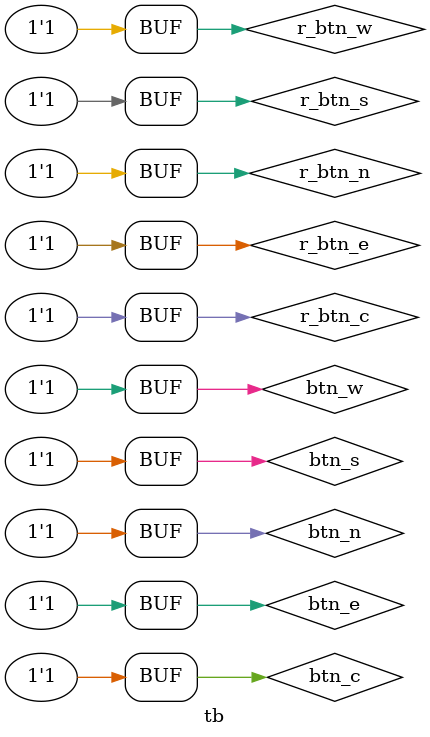
<source format=v>
`timescale 1ns/1ps

`define DEBUG

module tb ();

wire rst_n		;
wire sys13p5_clk	;
wire sys27_clk		;
wire sys54_clk		;
wire sys108_clk		;
wire sys100_clk	;
wire sys200_clk	;
wire sys400_clk	;
wire sys800_clk	;
wire sys120_clk	;
wire sys240_clk	;
wire sys480_clk	;
wire sys960_clk	;
wire disp40_clk	;
wire disp80_clk	;
wire disp160_clk;
wire disp320_clk;

wire sys_clk;
wire rst_sys_n;
assign sys_clk = disp40_clk;
assign rst_sys_n = rst_n;
wire disp_clk;
wire rst_disp_n;
assign disp_clk = disp40_clk;
assign rst_disp_n = rst_n;

wire				clk					;
//wire				rst_n				;
wire				audio_bit_clk		;
wire				flash_audio_reset_b	;
wire				audio_sdata_in		;
wire				audio_sdata_out		;
wire				audio_sync			;
	    
wire				btn_c				;
wire				btn_n				;
wire				btn_e				;
wire				btn_s				;
wire				btn_w				;
wire	[ 8-1: 0]	tp					;

wire	[32-1: 0]	lfsr_out			;

reg					flash_audio_reset_b_ris_lvl	;

crg A0_CRG (
.rst_n			(rst_n			),//o
.sys13p5_clk	(sys13p5_clk	),//o
.sys27_clk		(sys27_clk		),//o
.sys54_clk		(sys54_clk		),//o
.sys108_clk		(sys108_clk		),//o
.sys100_clk		(sys100_clk		),//o
.sys200_clk		(sys200_clk		),//o
.sys400_clk		(sys400_clk		),//o
.sys800_clk		(sys800_clk		),//o
.sys120_clk		(sys120_clk		),//o
.sys240_clk		(sys240_clk		),//o
.sys480_clk		(sys480_clk		),//o
.sys960_clk		(sys960_clk		),//o
.disp40_clk		(disp40_clk		),//o
.disp80_clk		(disp80_clk		),//o
.disp160_clk	(disp160_clk	),//o
.disp320_clk	(disp320_clk	) //o
);

reg r_btn_c;
reg r_btn_n;
reg r_btn_e;
reg r_btn_s;
reg r_btn_w;
initial begin
r_btn_c <= 1'b1;
r_btn_n <= 1'b1;
r_btn_e <= 1'b1;
r_btn_s <= 1'b1;
r_btn_w <= 1'b1;
#500
r_btn_c <= 1'b0;
#50
r_btn_c <= 1'b1;
#3000500
r_btn_c <= 1'b0;
#50
r_btn_c <= 1'b1;
end

assign btn_c = r_btn_c;
assign btn_n = r_btn_n;
assign btn_e = r_btn_e;
assign btn_s = r_btn_s;
assign btn_w = r_btn_w;

reg flash_audio_reset_b_d1;
reg flash_audio_reset_b_d2;
reg flash_audio_reset_b_d3;
always @ (posedge sys13p5_clk or negedge rst_n ) begin
	if (~rst_n) begin
		flash_audio_reset_b_d1	<= 1'b1;
		flash_audio_reset_b_d2	<= 1'b1;
		flash_audio_reset_b_d3	<= 1'b1;
	end else begin
		flash_audio_reset_b_d1	<= flash_audio_reset_b;
		flash_audio_reset_b_d2	<= flash_audio_reset_b_d1;
		flash_audio_reset_b_d3	<= flash_audio_reset_b_d2;
	end
end

wire	flash_audio_reset_b_ris;
assign	flash_audio_reset_b_ris = flash_audio_reset_b_d2 & ~flash_audio_reset_b_d3;
always @ (posedge sys13p5_clk or negedge rst_n ) begin
	if (~rst_n) begin
		flash_audio_reset_b_ris_lvl	<= 1'b0;
	end else if (flash_audio_reset_b_ris) begin
		flash_audio_reset_b_ris_lvl	<= 1'b1;
	end
end

assign audio_bit_clk = (flash_audio_reset_b_ris_lvl) ? ~sys13p5_clk : 1'bz ;
assign audio_sdata_in = lfsr_out[0];
audio A_AUDIO (
.clk					(sys27_clk				),//i
.rst_n					(rst_n					),//i
.audio_bit_clk			(audio_bit_clk			),//i
.flash_audio_reset_b	(flash_audio_reset_b	),//o
.audio_sdata_in			(audio_sdata_in			),//i
.audio_sdata_out		(audio_sdata_out		),//o
.audio_sync				(audio_sync				),//o
.btn_c					(btn_c					),//i
.btn_n					(btn_n					),//i
.btn_e					(btn_e					),//i
.btn_s					(btn_s					),//i
.btn_w					(btn_w					),//i
.tp						(tp						) //o[ 8-1: 0]	
);

lfsr32 A_LFSR (
.CLK			(sys13p5_clk	),//i
.RST			(rst_n			),//i
.en				(1'b1			),//i
.out			(lfsr_out		) //o[31:0]
);


endmodule


</source>
